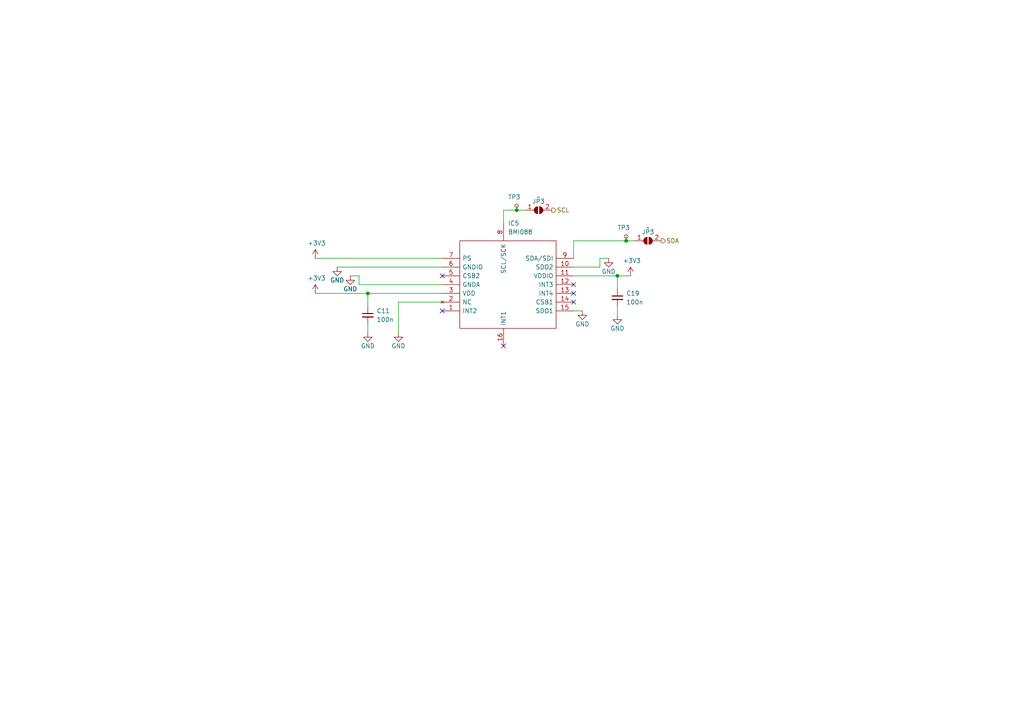
<source format=kicad_sch>
(kicad_sch (version 20230121) (generator eeschema)
  (paper "A4")
  (lib_symbols
    (symbol "Connector:TestPoint_Small" (pin_numbers hide) (pin_names (offset 0.762) hide)
      (property "Reference" "TP" (at 0 3.81 0))
      (property "Value" "TestPoint_Small" (at 0 2.032 0))
      (symbol "TestPoint_Small_0_1"
        (circle (center 0 0) (radius 0.508))
      )
      (symbol "TestPoint_Small_1_1"
        (pin passive line (at 0 0 90) (length 0) (name "1") (number "1"))
      )
    )
    (symbol "Device:C_Small" (pin_numbers hide) (pin_names (offset 0.254) hide)
      (property "Reference" "C" (at 0.254 1.778 0))
      (property "Value" "C_Small" (at 0.254 -2.032 0))
      (symbol "C_Small_0_1"
        (polyline (pts (xy -1.524 -0.508) (xy 1.524 -0.508)) (stroke (width 0.3302)))
        (polyline (pts (xy -1.524 0.508) (xy 1.524 0.508)) (stroke (width 0.3048)))
      )
      (symbol "C_Small_1_1"
        (pin passive line (at 0 2.54 270) (length 2.032) (name "~") (number "1"))
        (pin passive line (at 0 -2.54 90) (length 2.032) (name "~") (number "2"))
      )
    )
    (symbol "Jumper:SolderJumper_2_Open" (pin_names (offset 0) hide)
      (property "Reference" "JP" (at 0 2.032 0))
      (property "Value" "SolderJumper_2_Open" (at 0 -2.54 0))
      (symbol "SolderJumper_2_Open_0_1"
        (arc (start -0.254 1.016) (mid -1.2656 0) (end -0.254 -1.016))
        (arc (start -0.254 1.016) (mid -1.2656 0) (end -0.254 -1.016) (fill (type outline)))
        (polyline (pts (xy -0.254 1.016) (xy -0.254 -1.016)))
        (polyline (pts (xy 0.254 1.016) (xy 0.254 -1.016)))
        (arc (start 0.254 -1.016) (mid 1.2656 0) (end 0.254 1.016))
        (arc (start 0.254 -1.016) (mid 1.2656 0) (end 0.254 1.016) (fill (type outline)))
      )
      (symbol "SolderJumper_2_Open_1_1"
        (pin passive line (at -3.81 0 0) (length 2.54) (name "A") (number "1"))
        (pin passive line (at 3.81 0 180) (length 2.54) (name "B") (number "2"))
      )
    )
    (symbol "LibraryLoader:BMI088" (pin_names (offset 0.762))
      (property "Reference" "IC" (at 31.75 17.78 0))
      (property "Value" "BMI088" (at 31.75 15.24 0))
      (symbol "BMI088_0_0"
        (pin passive line (at 10.16 17.78 270) (length 5.08) (name "INT2") (number "1"))
        (pin passive line (at 22.86 -20.32 90) (length 5.08) (name "SDO2") (number "10"))
        (pin passive line (at 20.32 -20.32 90) (length 5.08) (name "VDDIO") (number "11"))
        (pin passive line (at 17.78 -20.32 90) (length 5.08) (name "INT3") (number "12"))
        (pin passive line (at 15.24 -20.32 90) (length 5.08) (name "INT4") (number "13"))
        (pin passive line (at 12.7 -20.32 90) (length 5.08) (name "CSB1") (number "14"))
        (pin passive line (at 10.16 -20.32 90) (length 5.08) (name "SDO1") (number "15"))
        (pin passive line (at 0 0 0) (length 5.08) (name "INT1") (number "16"))
        (pin no_connect line (at 12.7 17.78 270) (length 5.08) (name "NC") (number "2"))
        (pin passive line (at 15.24 17.78 270) (length 5.08) (name "VDD") (number "3"))
        (pin passive line (at 17.78 17.78 270) (length 5.08) (name "GNDA") (number "4"))
        (pin passive line (at 20.32 17.78 270) (length 5.08) (name "CSB2") (number "5"))
        (pin passive line (at 22.86 17.78 270) (length 5.08) (name "GNDIO") (number "6"))
        (pin passive line (at 25.4 17.78 270) (length 5.08) (name "PS") (number "7"))
        (pin passive line (at 35.56 0 180) (length 5.08) (name "SCL/SCK") (number "8"))
        (pin passive line (at 25.4 -20.32 90) (length 5.08) (name "SDA/SDI") (number "9"))
      )
      (symbol "BMI088_0_1"
        (polyline (pts (xy 5.08 12.7) (xy 30.48 12.7) (xy 30.48 -15.24) (xy 5.08 -15.24) (xy 5.08 12.7)) (stroke (width 0.1524)))
      )
    )
    (symbol "power:+3V3" (power) (pin_names (offset 0))
      (property "Value" "+3V3" (at 0 3.556 0))
      (symbol "+3V3_0_1"
        (polyline (pts (xy -0.762 1.27) (xy 0 2.54)))
        (polyline (pts (xy 0 0) (xy 0 2.54)))
        (polyline (pts (xy 0 2.54) (xy 0.762 1.27)))
      )
      (symbol "+3V3_1_1"
        (pin power_in line (at 0 0 90) (length 0) hide (name "+3V3") (number "1"))
      )
    )
    (symbol "power:GND" (power) (pin_names (offset 0))
      (property "Value" "GND" (at 0 -3.81 0))
      (symbol "GND_0_1"
        (polyline (pts (xy 0 0) (xy 0 -1.27) (xy 1.27 -1.27) (xy 0 -2.54) (xy -1.27 -1.27) (xy 0 -1.27)))
      )
      (symbol "GND_1_1"
        (pin power_in line (at 0 0 270) (length 0) hide (name "GND") (number "1"))
      )
    )
  )
  (junction (at 149.86 60.96))
  (junction (at 181.61 69.85))
  (junction (at 179.07 80.01))
  (junction (at 106.68 85.09))
  (no_connect (at 128.27 80.01))
  (no_connect (at 128.27 90.17))
  (no_connect (at 166.37 85.09))
  (no_connect (at 146.05 100.33))
  (no_connect (at 166.37 87.63))
  (no_connect (at 166.37 82.55))
  (wire (pts (xy 173.99 77.47) (xy 173.99 74.93)))
  (wire (pts (xy 128.27 82.55) (xy 104.14 82.55)))
  (wire (pts (xy 173.99 74.93) (xy 176.53 74.93)))
  (wire (pts (xy 115.57 87.63) (xy 115.57 96.52)))
  (wire (pts (xy 149.86 59.69) (xy 149.86 60.96)))
  (wire (pts (xy 104.14 80.01) (xy 101.6 80.01)))
  (wire (pts (xy 179.07 88.9) (xy 179.07 91.44)))
  (wire (pts (xy 181.61 68.58) (xy 181.61 69.85)))
  (wire (pts (xy 166.37 69.85) (xy 181.61 69.85)))
  (wire (pts (xy 128.27 87.63) (xy 115.57 87.63)))
  (wire (pts (xy 91.44 85.09) (xy 106.68 85.09)))
  (wire (pts (xy 91.44 74.93) (xy 128.27 74.93)))
  (wire (pts (xy 166.37 80.01) (xy 179.07 80.01)))
  (wire (pts (xy 146.05 64.77) (xy 146.05 60.96)))
  (wire (pts (xy 166.37 77.47) (xy 173.99 77.47)))
  (wire (pts (xy 97.79 77.47) (xy 128.27 77.47)))
  (wire (pts (xy 106.68 85.09) (xy 128.27 85.09)))
  (wire (pts (xy 146.05 60.96) (xy 149.86 60.96)))
  (wire (pts (xy 106.68 93.98) (xy 106.68 96.52)))
  (wire (pts (xy 104.14 82.55) (xy 104.14 80.01)))
  (wire (pts (xy 179.07 80.01) (xy 182.88 80.01)))
  (wire (pts (xy 149.86 60.96) (xy 152.4 60.96)))
  (wire (pts (xy 179.07 80.01) (xy 179.07 83.82)))
  (wire (pts (xy 181.61 69.85) (xy 184.15 69.85)))
  (wire (pts (xy 166.37 69.85) (xy 166.37 74.93)))
  (wire (pts (xy 106.68 85.09) (xy 106.68 88.9)))
  (wire (pts (xy 166.37 90.17) (xy 168.91 90.17)))
  (hierarchical_label "SCL" (shape output) (at 160.02 60.96 0))
  (hierarchical_label "SDA" (shape output) (at 191.77 69.85 0))
  (symbol (lib_id "Jumper:SolderJumper_2_Open") (at 156.21 60.96 0) (unit 1)
    (property "Reference" "JP3" (at 156.21 58.42 0))
    (property "Value" "~" (at 156.21 57.15 0))
    (instances (project "Flight_Computer_V2" (path "" (reference "JP3") (unit 1)) (path "" (reference "JP4") (unit 1)) (path "" (reference "JP18") (unit 1)) (path "" (reference "JP19") (unit 1)) (path "" (reference "JP20") (unit 1)) (path "" (reference "JP21") (unit 1)) (path "" (reference "JP24") (unit 1)) (path "" (reference "JP25") (unit 1))))
  )
  (symbol (lib_id "Device:C_Small") (at 106.68 91.44 0) (unit 1)
    (property "Reference" "C11" (at 109.22 90.1763 0) (effects (justify left)))
    (property "Value" "100n" (at 109.22 92.7163 0) (effects (justify left)))
  )
  (symbol (lib_id "power:+3V3") (at 91.44 85.09 0) (unit 1)
    (property "Reference" "#PWR09" (effects hide))
    (property "Value" "+3V3" (at 91.821 80.6958 0))
    (instances (project "STM32F405RGT6-Breakout" (path "" (reference "#PWR09") (unit 1))) (project "Flight_Computer_V2" (path "" (reference "#PWR09") (unit 1)) (path "" (reference "#PWR047") (unit 1))) (project "STM32F405RGT6" (path "" (reference "#PWR02") (unit 1))))
  )
  (symbol (lib_id "Jumper:SolderJumper_2_Open") (at 187.96 69.85 0) (unit 1)
    (property "Reference" "JP3" (at 187.96 67.31 0))
    (property "Value" "~" (at 187.96 66.04 0))
    (instances (project "Flight_Computer_V2" (path "" (reference "JP3") (unit 1)) (path "" (reference "JP4") (unit 1)) (path "" (reference "JP18") (unit 1)) (path "" (reference "JP19") (unit 1)) (path "" (reference "JP20") (unit 1)) (path "" (reference "JP21") (unit 1)) (path "" (reference "JP24") (unit 1)) (path "" (reference "JP23") (unit 1))))
  )
  (symbol (lib_id "power:+3V3") (at 182.88 80.01 0) (unit 1)
    (property "Reference" "#PWR09" (effects hide))
    (property "Value" "+3V3" (at 183.261 75.6158 0))
    (instances (project "STM32F405RGT6-Breakout" (path "" (reference "#PWR09") (unit 1))) (project "Flight_Computer_V2" (path "" (reference "#PWR09") (unit 1)) (path "" (reference "#PWR048") (unit 1))) (project "STM32F405RGT6" (path "" (reference "#PWR02") (unit 1))))
  )
  (symbol (lib_id "power:GND") (at 106.68 96.52 0) (unit 1)
    (property "Reference" "#PWR03" (effects hide))
    (property "Value" "GND" (at 106.68 100.33 0))
    (instances (project "Flight_Computer_V2" (path "" (reference "#PWR03") (unit 1)) (path "" (reference "#PWR049") (unit 1))) (project "STM32F405RGT6" (path "" (reference "#PWR03") (unit 1))) (project "avionics_flight_computer" (path "" (reference "#PWR03") (unit 1))))
  )
  (symbol (lib_id "power:GND") (at 176.53 74.93 0) (unit 1)
    (property "Reference" "#PWR03" (effects hide))
    (property "Value" "GND" (at 176.53 78.74 0))
    (instances (project "Flight_Computer_V2" (path "" (reference "#PWR03") (unit 1)) (path "" (reference "#PWR055") (unit 1))) (project "STM32F405RGT6" (path "" (reference "#PWR03") (unit 1))) (project "avionics_flight_computer" (path "" (reference "#PWR03") (unit 1))))
  )
  (symbol (lib_id "Connector:TestPoint_Small") (at 181.61 68.58 0) (unit 1)
    (property "Reference" "TP3" (at 179.07 66.04 0) (effects (justify left)))
    (property "Value" "TestPoint_Small" (effects hide))
    (instances (project "Flight_Computer_V2" (path "" (reference "TP3") (unit 1)) (path "" (reference "TP4") (unit 1)) (path "" (reference "TP16") (unit 1)) (path "" (reference "TP17") (unit 1)) (path "" (reference "TP18") (unit 1)) (path "" (reference "TP19") (unit 1)) (path "" (reference "TP22") (unit 1)) (path "" (reference "TP21") (unit 1))))
  )
  (symbol (lib_id "power:+3V3") (at 91.44 74.93 0) (unit 1)
    (property "Reference" "#PWR09" (effects hide))
    (property "Value" "+3V3" (at 91.821 70.5358 0))
    (instances (project "STM32F405RGT6-Breakout" (path "" (reference "#PWR09") (unit 1))) (project "Flight_Computer_V2" (path "" (reference "#PWR09") (unit 1)) (path "" (reference "#PWR054") (unit 1))) (project "STM32F405RGT6" (path "" (reference "#PWR02") (unit 1))))
  )
  (symbol (lib_id "power:GND") (at 179.07 91.44 0) (unit 1)
    (property "Reference" "#PWR03" (effects hide))
    (property "Value" "GND" (at 179.07 95.25 0))
    (instances (project "Flight_Computer_V2" (path "" (reference "#PWR03") (unit 1)) (path "" (reference "#PWR050") (unit 1))) (project "STM32F405RGT6" (path "" (reference "#PWR03") (unit 1))) (project "avionics_flight_computer" (path "" (reference "#PWR03") (unit 1))))
  )
  (symbol (lib_id "Device:C_Small") (at 179.07 86.36 0) (unit 1)
    (property "Reference" "C19" (at 181.61 85.0963 0) (effects (justify left)))
    (property "Value" "100n" (at 181.61 87.6363 0) (effects (justify left)))
  )
  (symbol (lib_id "power:GND") (at 97.79 77.47 0) (unit 1)
    (property "Reference" "#PWR03" (effects hide))
    (property "Value" "GND" (at 97.79 81.28 0))
    (instances (project "Flight_Computer_V2" (path "" (reference "#PWR03") (unit 1)) (path "" (reference "#PWR051") (unit 1))) (project "STM32F405RGT6" (path "" (reference "#PWR03") (unit 1))) (project "avionics_flight_computer" (path "" (reference "#PWR03") (unit 1))))
  )
  (symbol (lib_id "power:GND") (at 101.6 80.01 0) (unit 1)
    (property "Reference" "#PWR03" (effects hide))
    (property "Value" "GND" (at 101.6 83.82 0))
    (instances (project "Flight_Computer_V2" (path "" (reference "#PWR03") (unit 1)) (path "" (reference "#PWR053") (unit 1))) (project "STM32F405RGT6" (path "" (reference "#PWR03") (unit 1))) (project "avionics_flight_computer" (path "" (reference "#PWR03") (unit 1))))
  )
  (symbol (lib_id "power:GND") (at 115.57 96.52 0) (unit 1)
    (property "Reference" "#PWR03" (effects hide))
    (property "Value" "GND" (at 115.57 100.33 0))
    (instances (project "Flight_Computer_V2" (path "" (reference "#PWR03") (unit 1)) (path "" (reference "#PWR052") (unit 1))) (project "STM32F405RGT6" (path "" (reference "#PWR03") (unit 1))) (project "avionics_flight_computer" (path "" (reference "#PWR03") (unit 1))))
  )
  (symbol (lib_id "LibraryLoader:BMI088") (at 146.05 100.33 90) (unit 1)
    (property "Reference" "IC5" (at 147.32 64.77 90) (effects (justify right)))
    (property "Value" "BMI088" (at 147.32 67.31 90) (effects (justify right)))
    (property "Footprint" "BMI088" (effects hide))
    (property "Datasheet" "https://datasheet.datasheetarchive.com/originals/distributors/Datasheets_SAMA/994c3bf88e91a9e9fead6a819d348e4d.pdf" (effects hide))
    (property "Description" "Inertial Measurement Unit Digital Output 2.5V/3.3V Automotive" (effects hide))
    (property "Height" "1.45" (effects hide))
    (property "Manufacturer_Name" "BOSCH" (effects hide))
    (property "Manufacturer_Part_Number" "BMI088" (effects hide))
    (property "Mouser Part Number" "262-BMI088" (effects hide))
    (property "Mouser Price/Stock" "https://www.mouser.co.uk/ProductDetail/Bosch-Sensortec/BMI088?qs=f9yNj16SXrIMFspTV6RB6Q%3D%3D" (effects hide))
    (property "Arrow Part Number" "BMI088" (effects hide))
    (property "Arrow Price/Stock" "https://www.arrow.com/en/products/bmi088/bosch?region=europe" (effects hide))
  )
  (symbol (lib_id "power:GND") (at 168.91 90.17 0) (unit 1)
    (property "Reference" "#PWR03" (effects hide))
    (property "Value" "GND" (at 168.91 93.98 0))
    (instances (project "Flight_Computer_V2" (path "" (reference "#PWR03") (unit 1)) (path "" (reference "#PWR056") (unit 1))) (project "STM32F405RGT6" (path "" (reference "#PWR03") (unit 1))) (project "avionics_flight_computer" (path "" (reference "#PWR03") (unit 1))))
  )
  (symbol (lib_id "Connector:TestPoint_Small") (at 149.86 59.69 0) (unit 1)
    (property "Reference" "TP3" (at 147.32 57.15 0) (effects (justify left)))
    (property "Value" "TestPoint_Small" (effects hide))
    (instances (project "Flight_Computer_V2" (path "" (reference "TP3") (unit 1)) (path "" (reference "TP4") (unit 1)) (path "" (reference "TP16") (unit 1)) (path "" (reference "TP17") (unit 1)) (path "" (reference "TP18") (unit 1)) (path "" (reference "TP19") (unit 1)) (path "" (reference "TP22") (unit 1)) (path "" (reference "TP23") (unit 1))))
  )
)
</source>
